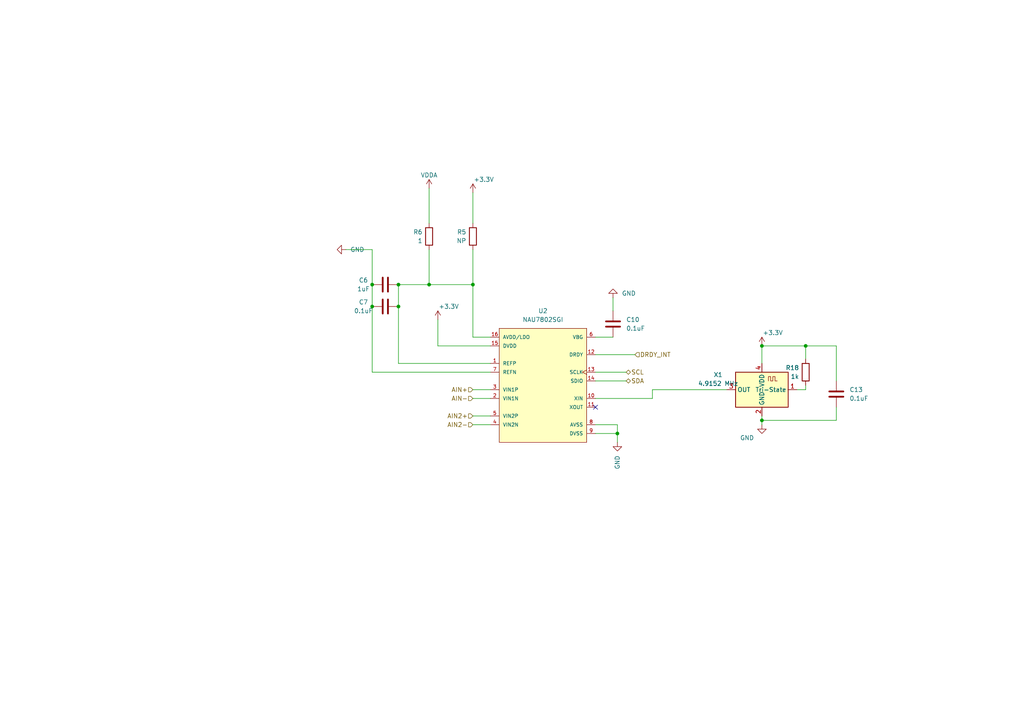
<source format=kicad_sch>
(kicad_sch (version 20230121) (generator eeschema)
  (paper "A4")
  (title_block (title "Development Board") (date "2023-10-02") (rev "3") (company "Plastic Scanner"))
  (lib_symbols
    (symbol "Device:C" (pin_numbers hide) (pin_names (offset 0.254))
      (property "Reference" "C" (at 0.635 2.54 0))
      (property "Value" "C" (at 0.635 -2.54 0))
      (symbol "C_0_1"
        (polyline (pts (xy -2.032 -0.762) (xy 2.032 -0.762)) (stroke (width 0.508)))
        (polyline (pts (xy -2.032 0.762) (xy 2.032 0.762)) (stroke (width 0.508)))
      )
      (symbol "C_1_1"
        (pin passive line (at 0 3.81 270) (length 2.794) (name "~") (number "1"))
        (pin passive line (at 0 -3.81 90) (length 2.794) (name "~") (number "2"))
      )
    )
    (symbol "Device:R" (pin_numbers hide) (pin_names (offset 0))
      (property "Reference" "R" (at 2.032 0 90))
      (property "Value" "R" (at 0 0 90))
      (symbol "R_0_1"
        (rectangle (start -1.016 -2.54) (end 1.016 2.54) (stroke (width 0.254)))
      )
      (symbol "R_1_1"
        (pin passive line (at 0 3.81 270) (length 1.27) (name "~") (number "1"))
        (pin passive line (at 0 -3.81 90) (length 1.27) (name "~") (number "2"))
      )
    )
    (symbol "Nuvoton_-_NAU7802SGI:NAU7802SGI" (pin_names (offset 1.016))
      (property "Reference" "U" (at 0 5.08 0))
      (property "Value" "NAU7802SGI" (at 0 7.62 0))
      (symbol "NAU7802SGI_1_1"
        (rectangle (start 5.08 2.54) (end 30.48 -30.48) (fill (type background)))
        (pin input line (at 2.54 -7.62 0) (length 2.54) (name "REFP") (number "1"))
        (pin input line (at 33.02 -17.78 180) (length 2.54) (name "XIN") (number "10"))
        (pin output line (at 33.02 -20.32 180) (length 2.54) (name "XOUT") (number "11"))
        (pin output line (at 33.02 -5.08 180) (length 2.54) (name "DRDY") (number "12"))
        (pin input clock (at 33.02 -10.16 180) (length 2.54) (name "SCLK") (number "13"))
        (pin bidirectional line (at 33.02 -12.7 180) (length 2.54) (name "SDIO") (number "14"))
        (pin power_in line (at 2.54 -2.54 0) (length 2.54) (name "DVDD") (number "15"))
        (pin power_in line (at 2.54 0 0) (length 2.54) (name "AVDD/LDO") (number "16"))
        (pin input line (at 2.54 -17.78 0) (length 2.54) (name "VIN1N") (number "2"))
        (pin input line (at 2.54 -15.24 0) (length 2.54) (name "VIN1P") (number "3"))
        (pin input line (at 2.54 -25.4 0) (length 2.54) (name "VIN2N") (number "4"))
        (pin input line (at 2.54 -22.86 0) (length 2.54) (name "VIN2P") (number "5"))
        (pin output line (at 33.02 0 180) (length 2.54) (name "VBG") (number "6"))
        (pin input line (at 2.54 -10.16 0) (length 2.54) (name "REFN") (number "7"))
        (pin power_in line (at 33.02 -25.4 180) (length 2.54) (name "AVSS") (number "8"))
        (pin power_in line (at 33.02 -27.94 180) (length 2.54) (name "DVSS") (number "9"))
      )
    )
    (symbol "Oscillator:ECS-2520MV-xxx-xx"
      (property "Reference" "X" (at -5.08 6.35 0))
      (property "Value" "ECS-2520MV-xxx-xx" (at 1.27 -6.35 0))
      (symbol "ECS-2520MV-xxx-xx_0_1"
        (rectangle (start -7.62 5.08) (end 7.62 -5.08) (stroke (width 0.254)) (fill (type background)))
        (polyline (pts (xy -4.445 2.54) (xy -3.81 2.54) (xy -3.81 3.81) (xy -3.175 3.81) (xy -3.175 2.54) (xy -2.54 2.54) (xy -2.54 3.81) (xy -1.905 3.81) (xy -1.905 2.54)))
      )
      (symbol "ECS-2520MV-xxx-xx_1_1"
        (pin input line (at -10.16 0 0) (length 2.54) (name "Tri-State") (number "1"))
        (pin power_in line (at 0 -7.62 90) (length 2.54) (name "GND") (number "2"))
        (pin output line (at 10.16 0 180) (length 2.54) (name "OUT") (number "3"))
        (pin power_in line (at 0 7.62 270) (length 2.54) (name "VDD") (number "4"))
      )
    )
    (symbol "power:+3.3V" (power) (pin_names (offset 0))
      (property "Value" "+3.3V" (at 0 3.556 0))
      (symbol "+3.3V_0_1"
        (polyline (pts (xy -0.762 1.27) (xy 0 2.54)))
        (polyline (pts (xy 0 0) (xy 0 2.54)))
        (polyline (pts (xy 0 2.54) (xy 0.762 1.27)))
      )
      (symbol "+3.3V_1_1"
        (pin power_in line (at 0 0 90) (length 0) hide (name "+3.3V") (number "1"))
      )
    )
    (symbol "power:GND" (power) (pin_names (offset 0))
      (property "Value" "GND" (at 0 -3.81 0))
      (symbol "GND_0_1"
        (polyline (pts (xy 0 0) (xy 0 -1.27) (xy 1.27 -1.27) (xy 0 -2.54) (xy -1.27 -1.27) (xy 0 -1.27)))
      )
      (symbol "GND_1_1"
        (pin power_in line (at 0 0 270) (length 0) hide (name "GND") (number "1"))
      )
    )
    (symbol "power:VDDA" (power) (pin_names (offset 0))
      (property "Value" "VDDA" (at 0 3.81 0))
      (symbol "VDDA_0_1"
        (polyline (pts (xy -0.762 1.27) (xy 0 2.54)))
        (polyline (pts (xy 0 0) (xy 0 2.54)))
        (polyline (pts (xy 0 2.54) (xy 0.762 1.27)))
      )
      (symbol "VDDA_1_1"
        (pin power_in line (at 0 0 90) (length 0) hide (name "VDDA") (number "1"))
      )
    )
  )
  (bus_alias "SPI" (members "CLK" "MOSI" "MISO" "CS1"))
  (junction (at 179.07 125.73))
  (junction (at 115.57 88.9))
  (junction (at 115.57 82.55))
  (junction (at 137.16 82.55))
  (junction (at 220.98 100.33))
  (junction (at 233.68 100.33))
  (junction (at 220.98 121.92))
  (junction (at 107.95 88.9))
  (junction (at 124.46 82.55))
  (junction (at 107.95 82.55))
  (no_connect (at 172.72 118.11))
  (wire (pts (xy 233.68 100.33) (xy 242.57 100.33)))
  (wire (pts (xy 220.98 120.65) (xy 220.98 121.92)))
  (wire (pts (xy 137.16 82.55) (xy 137.16 97.79)))
  (wire (pts (xy 100.33 72.39) (xy 107.95 72.39)))
  (wire (pts (xy 242.57 121.92) (xy 242.57 118.11)))
  (wire (pts (xy 172.72 97.79) (xy 177.8 97.79)))
  (wire (pts (xy 179.07 125.73) (xy 179.07 128.27)))
  (wire (pts (xy 107.95 72.39) (xy 107.95 82.55)))
  (wire (pts (xy 189.23 115.57) (xy 189.23 113.03)))
  (wire (pts (xy 189.23 113.03) (xy 210.82 113.03)))
  (wire (pts (xy 172.72 102.87) (xy 184.15 102.87)))
  (wire (pts (xy 127 100.33) (xy 142.24 100.33)))
  (wire (pts (xy 137.16 115.57) (xy 142.24 115.57)))
  (wire (pts (xy 115.57 82.55) (xy 124.46 82.55)))
  (wire (pts (xy 137.16 123.19) (xy 142.24 123.19)))
  (wire (pts (xy 124.46 54.61) (xy 124.46 64.77)))
  (wire (pts (xy 177.8 86.36) (xy 177.8 90.17)))
  (wire (pts (xy 233.68 104.14) (xy 233.68 100.33)))
  (wire (pts (xy 115.57 105.41) (xy 142.24 105.41)))
  (wire (pts (xy 107.95 107.95) (xy 107.95 88.9)))
  (wire (pts (xy 172.72 115.57) (xy 189.23 115.57)))
  (wire (pts (xy 220.98 121.92) (xy 242.57 121.92)))
  (wire (pts (xy 233.68 113.03) (xy 233.68 111.76)))
  (wire (pts (xy 124.46 82.55) (xy 137.16 82.55)))
  (wire (pts (xy 172.72 125.73) (xy 179.07 125.73)))
  (wire (pts (xy 172.72 107.95) (xy 181.61 107.95)))
  (wire (pts (xy 233.68 100.33) (xy 220.98 100.33)))
  (wire (pts (xy 137.16 97.79) (xy 142.24 97.79)))
  (wire (pts (xy 231.14 113.03) (xy 233.68 113.03)))
  (wire (pts (xy 124.46 72.39) (xy 124.46 82.55)))
  (wire (pts (xy 220.98 121.92) (xy 220.98 123.19)))
  (wire (pts (xy 220.98 100.33) (xy 220.98 105.41)))
  (wire (pts (xy 142.24 107.95) (xy 107.95 107.95)))
  (wire (pts (xy 179.07 123.19) (xy 179.07 125.73)))
  (wire (pts (xy 137.16 72.39) (xy 137.16 82.55)))
  (wire (pts (xy 127 92.71) (xy 127 100.33)))
  (wire (pts (xy 137.16 120.65) (xy 142.24 120.65)))
  (wire (pts (xy 137.16 113.03) (xy 142.24 113.03)))
  (wire (pts (xy 137.16 55.88) (xy 137.16 64.77)))
  (wire (pts (xy 242.57 100.33) (xy 242.57 110.49)))
  (wire (pts (xy 172.72 123.19) (xy 179.07 123.19)))
  (wire (pts (xy 115.57 88.9) (xy 115.57 105.41)))
  (wire (pts (xy 172.72 110.49) (xy 181.61 110.49)))
  (wire (pts (xy 107.95 82.55) (xy 107.95 88.9)))
  (wire (pts (xy 115.57 82.55) (xy 115.57 88.9)))
  (hierarchical_label "DRDY_INT" (shape input) (at 184.15 102.87 0))
  (hierarchical_label "AIN2+" (shape input) (at 137.16 120.65 180))
  (hierarchical_label "SCL" (shape bidirectional) (at 181.61 107.95 0))
  (hierarchical_label "AIN2-" (shape input) (at 137.16 123.19 180))
  (hierarchical_label "AIN+" (shape input) (at 137.16 113.03 180))
  (hierarchical_label "SDA" (shape bidirectional) (at 181.61 110.49 0))
  (hierarchical_label "AIN-" (shape input) (at 137.16 115.57 180))
  (symbol (lib_id "Device:C") (at 111.76 82.55 90) (unit 1)
    (property "Reference" "C6" (at 105.41 81.28 90))
    (property "Value" "1uF" (at 105.41 83.82 90))
    (property "Footprint" "Capacitor_SMD:C_0603_1608Metric_Pad1.08x0.95mm_HandSolder" (effects hide))
    (property "digikey description" "CAP CER 1UF 16V X7R 0603" (effects hide))
    (property "digikey part number" "311-1446-1-ND" (effects hide))
  )
  (symbol (lib_id "Device:C") (at 177.8 93.98 0) (unit 1)
    (property "Reference" "C10" (at 181.61 92.7099 0) (effects (justify left)))
    (property "Value" "0.1uF" (at 181.61 95.2499 0) (effects (justify left)))
    (property "Footprint" "Capacitor_SMD:C_0603_1608Metric_Pad1.08x0.95mm_HandSolder" (effects hide))
    (property "digikey description" "CAP CER 0.1UF 16V X7R 0603" (effects hide))
    (property "digikey part number" "311-1088-1-ND" (effects hide))
  )
  (symbol (lib_id "Nuvoton_-_NAU7802SGI:NAU7802SGI") (at 139.7 97.79 0) (unit 1)
    (property "Reference" "U2" (at 157.48 90.17 0))
    (property "Value" "NAU7802SGI" (at 157.48 92.71 0))
    (property "Footprint" "Nuvoton-NAU7802SGI:Nuvoton-NAU7802SGI" (effects hide))
    (property "Datasheet" "http://www.nuvoton.com/resource-files/NAU7802%20Data%20Sheet%20V1.7.pdf" (effects hide))
    (property "ambient temperature range high" "+85°C" (effects hide))
    (property "ambient temperature range low" "-40°C" (effects hide))
    (property "category" "IC" (effects hide))
    (property "data polarity" "Bipolar" (effects hide))
    (property "device class L1" "Integrated Circuits (ICs)" (effects hide))
    (property "device class L2" "Data Converter ICs" (effects hide))
    (property "device class L3" "Analog to Digital Converters (ADCs)" (effects hide))
    (property "digikey description" "IC ADC 24BIT I2C/SRL 16-SOP" (effects hide))
    (property "digikey part number" "NAU7802SGI-ND" (effects hide))
    (property "height" "1.75mm" (effects hide))
    (property "interface" "I2C,2-Wire" (effects hide))
    (property "ipc land pattern name" "SOIC127P600X155-16" (effects hide))
    (property "lead free" "yes" (effects hide))
    (property "library id" "633e3c39f43f75df" (effects hide))
    (property "manufacturer" "Nuvoton" (effects hide))
    (property "max supply voltage" "5.5V" (effects hide))
    (property "min supply voltage" "2.7V" (effects hide))
    (property "nominal supply current" "2-2.1mA" (effects hide))
    (property "number of channels" "2" (effects hide))
    (property "number of converters" "2" (effects hide))
    (property "package" "SOP16" (effects hide))
    (property "resolution" "24b" (effects hide))
    (property "rohs" "yes" (effects hide))
    (property "sampling rate" "320bps" (effects hide))
    (property "standoff height" "0.1mm" (effects hide))
    (property "temperature range high" "+85°C" (effects hide))
    (property "temperature range low" "-40°C" (effects hide))
  )
  (symbol (lib_id "Device:R") (at 233.68 107.95 0) (mirror x) (unit 1)
    (property "Reference" "R18" (at 231.775 106.6799 0) (effects (justify right)))
    (property "Value" "1k" (at 231.775 109.2199 0) (effects (justify right)))
    (property "Footprint" "Resistor_SMD:R_0603_1608Metric_Pad0.98x0.95mm_HandSolder" (effects hide))
    (property "digikey description" "RES 1K OHM 1% 1/10W 0603" (effects hide))
    (property "digikey part number" "311-1.00KHRCT-ND" (effects hide))
  )
  (symbol (lib_id "Device:C") (at 111.76 88.9 90) (unit 1)
    (property "Reference" "C7" (at 105.41 87.63 90))
    (property "Value" "0.1uF" (at 105.41 90.17 90))
    (property "Footprint" "Capacitor_SMD:C_0603_1608Metric_Pad1.08x0.95mm_HandSolder" (effects hide))
    (property "digikey description" "CAP CER 0.1UF 16V X7R 0603" (effects hide))
    (property "digikey part number" "311-1088-1-ND" (effects hide))
  )
  (symbol (lib_id "Device:R") (at 137.16 68.58 0) (mirror x) (unit 1)
    (property "Reference" "R5" (at 135.255 67.3099 0) (effects (justify right)))
    (property "Value" "NP" (at 135.255 69.8499 0) (effects (justify right)))
    (property "Footprint" "Resistor_SMD:R_0603_1608Metric_Pad0.98x0.95mm_HandSolder" (effects hide))
  )
  (symbol (lib_id "power:+3.3V") (at 137.16 55.88 0) (unit 1)
    (property "Reference" "#PWR0135" (effects hide))
    (property "Value" "+3.3V" (at 140.335 52.07 0))
  )
  (symbol (lib_id "power:GND") (at 220.98 123.19 0) (mirror y) (unit 1)
    (property "Reference" "#PWR012" (effects hide))
    (property "Value" "GND" (at 214.63 127 0) (effects (justify right)))
  )
  (symbol (lib_id "power:GND") (at 100.33 72.39 270) (unit 1)
    (property "Reference" "#PWR0101" (effects hide))
    (property "Value" "GND" (at 101.6 72.3899 90) (effects (justify left)))
  )
  (symbol (lib_id "power:GND") (at 179.07 128.27 0) (unit 1)
    (property "Reference" "#PWR0106" (effects hide))
    (property "Value" "GND" (at 179.0701 132.08 90) (effects (justify right)))
  )
  (symbol (lib_id "Oscillator:ECS-2520MV-xxx-xx") (at 220.98 113.03 0) (mirror y) (unit 1)
    (property "Reference" "X1" (at 208.28 108.6993 0))
    (property "Value" "4.9152 MHz" (at 208.28 111.2393 0))
    (property "Footprint" "Oscillator:Oscillator_SMD_ECS_2520MV-xxx-xx-4Pin_2.5x2.0mm" (effects hide))
    (property "Datasheet" "https://www.ecsxtal.com/store/pdf/ECS-2520MV.pdf" (effects hide))
    (property "digikey description" "XTAL OSC XO 4.9152MHZ CMOS SMD" (effects hide))
    (property "digikey part number" "50-ECS-2520MVLC-049-BN-CT-ND" (effects hide))
  )
  (symbol (lib_id "power:+3.3V") (at 127 92.71 0) (unit 1)
    (property "Reference" "#PWR0104" (effects hide))
    (property "Value" "+3.3V" (at 130.175 88.9 0))
  )
  (symbol (lib_id "power:+3.3V") (at 220.98 100.33 0) (unit 1)
    (property "Reference" "#PWR0133" (effects hide))
    (property "Value" "+3.3V" (at 224.155 96.52 0))
  )
  (symbol (lib_id "Device:R") (at 124.46 68.58 0) (mirror x) (unit 1)
    (property "Reference" "R6" (at 122.555 67.3099 0) (effects (justify right)))
    (property "Value" "1" (at 122.555 69.8499 0) (effects (justify right)))
    (property "Footprint" "Resistor_SMD:R_0603_1608Metric_Pad0.98x0.95mm_HandSolder" (effects hide))
    (property "mouser description" "CHP0603QFW-1R00ELF" (effects hide))
    (property "mouser part number" "652-CHP0603QFW-1R00E" (effects hide))
    (property "digikey description" "0 Ohms Jumper 0.25W, 1/4W Chip Resistor 1206 (3216 Metric) Automotive AEC-Q200 Thick Film" (effects hide))
    (property "digikey part number" "4988-NRC12ZOTRFCT-ND" (effects hide))
  )
  (symbol (lib_id "Device:C") (at 242.57 114.3 0) (unit 1)
    (property "Reference" "C13" (at 246.38 113.0299 0) (effects (justify left)))
    (property "Value" "0.1uF" (at 246.38 115.5699 0) (effects (justify left)))
    (property "Footprint" "Capacitor_SMD:C_0603_1608Metric_Pad1.08x0.95mm_HandSolder" (effects hide))
    (property "digikey description" "CAP CER 0.1UF 16V X7R 0603" (effects hide))
    (property "digikey part number" "311-1088-1-ND" (effects hide))
  )
  (symbol (lib_id "power:VDDA") (at 124.46 54.61 0) (unit 1)
    (property "Reference" "#PWR014" (effects hide))
    (property "Value" "VDDA" (at 124.46 50.8 0))
    (instances (project "RoundScanner" (path "" (reference "#PWR014") (unit 1)) (path "" (reference "#PWR018") (unit 1))))
  )
  (symbol (lib_id "power:GND") (at 177.8 86.36 180) (unit 1)
    (property "Reference" "#PWR0105" (effects hide))
    (property "Value" "GND" (at 180.34 85.0899 0) (effects (justify right)))
  )
)
</source>
